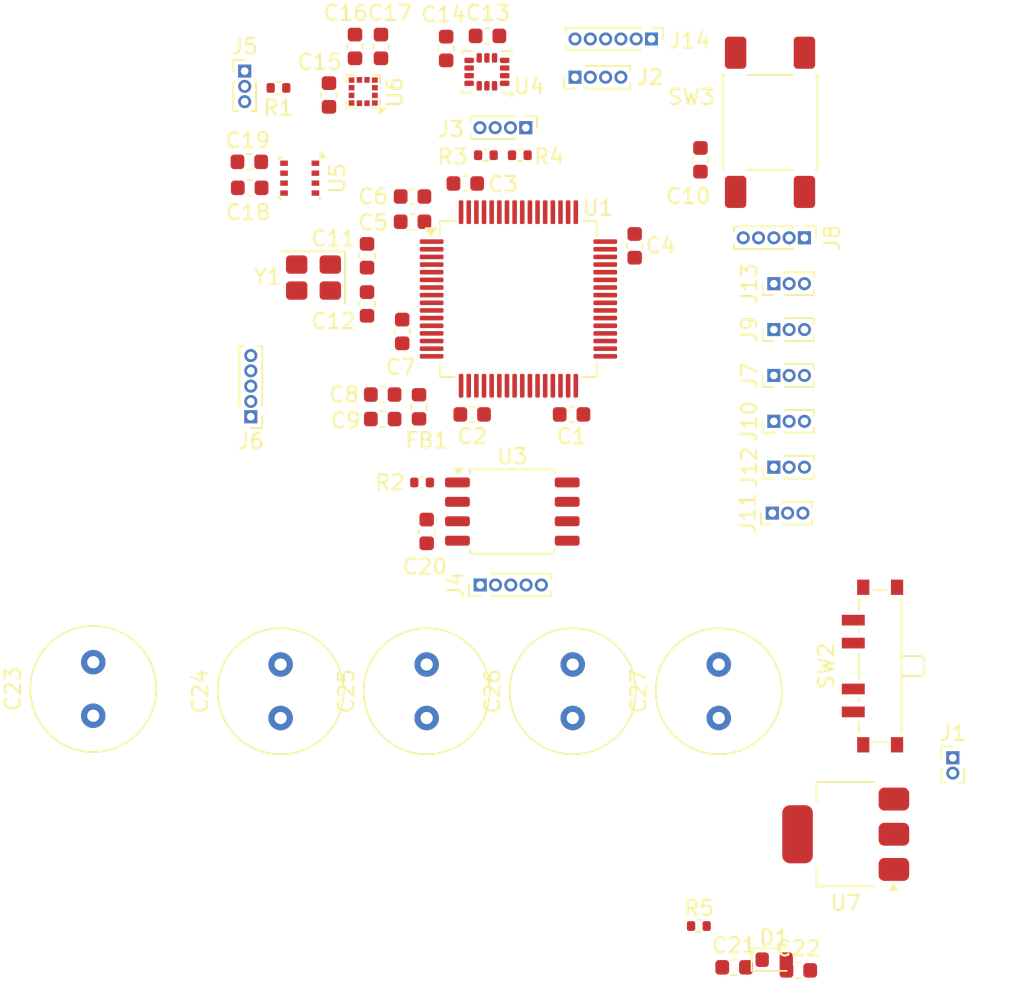
<source format=kicad_pcb>
(kicad_pcb (version 20241229) (generator "pcbnew") (generator_version "9.0")
  (layers (0 "F.Cu" signal) (4 "In1.Cu" power) (6 "In2.Cu" power) (2 "B.Cu" signal) (13 "F.Paste" user) (15 "B.Paste" user) (5 "F.SilkS" user "F.Silkscreen") (7 "B.SilkS" user "B.Silkscreen") (1 "F.Mask" user) (3 "B.Mask" user) (25 "Edge.Cuts" user))
  (net 0 "")
  (net 1 "GND")
  (net 2 "+3V3")
  (net 3 "+3.3VA")
  (net 4 "NRST")
  (net 5 "/HSE_IN")
  (net 6 "/HSE_OUT")
  (net 7 "Net-(U6-C1)")
  (net 8 "+5V")
  (net 9 "/PWR_LED_MINUS")
  (net 10 "VBUS")
  (net 11 "UART4_RX")
  (net 12 "UART4_TX")
  (net 13 "SDA")
  (net 14 "SCL")
  (net 15 "SCK_1")
  (net 16 "MOSI_1")
  (net 17 "MISO_1")
  (net 18 "FLASH_CS")
  (net 19 "SWCLK")
  (net 20 "SWDIO")
  (net 21 "MOSI_2")
  (net 22 "SCK_2")
  (net 23 "MISO_2")
  (net 24 "PWM3_2")
  (net 25 "USART1_RX")
  (net 26 "USART1_CK")
  (net 27 "USART1_TX")
  (net 28 "PWM3_3")
  (net 29 "PWM3_1")
  (net 30 "PWM12_1")
  (net 31 "PWM12_2")
  (net 32 "PWM3_4")
  (net 33 "/BOOT0")
  (net 35 "/NRF24_CE_SLD")
  (net 49 "/NRF24_CS_SLD")
  (net 58 "/INT1_ACC")
  (net 59 "/INT2_GYRO")
  (net 60 "/DRDY_MAG")
  (net 61 "/INT_MAG")
  (net 62 "SWO")
  (net 63 "/OFF")
  (net 64 "/V_IN")
  (net 66 "/IRQ_SLD")
  (footprint "Capacitor_SMD:C_0603_1608Metric" (layer "F.Cu") (at 93.375 77.3 180)
    (property "Reference" "C6" (at 2.575 0 0) (layer "F.SilkS"))
    (property "Value" "10u" (hide yes))
    (pad "1" smd roundrect (at -0.775 0 180) (size 0.9 0.95) (layers "F.Cu" "F.Mask" "F.Paste") (net 2 "+3V3"))
    (pad "2" smd roundrect (at 0.775 0 180) (size 0.9 0.95) (layers "F.Cu" "F.Mask" "F.Paste") (net 1 "GND"))
  )
  (footprint "Capacitor_SMD:C_0603_1608Metric" (layer "F.Cu") (at 98.275 66.8 180)
    (property "Reference" "C13" (at -0.025 1.5 0) (layer "F.SilkS"))
    (property "Value" "100n" (hide yes))
    (pad "1" smd roundrect (at -0.775 0 180) (size 0.9 0.95) (layers "F.Cu" "F.Mask" "F.Paste") (net 2 "+3V3"))
    (pad "2" smd roundrect (at 0.775 0 180) (size 0.9 0.95) (layers "F.Cu" "F.Mask" "F.Paste") (net 1 "GND"))
  )
  (footprint "Capacitor_THT:C_Radial_D8.0mm_H7.0mm_P3.50mm" (layer "F.Cu") (at 72.5 111.25 90)
    (property "Reference" "C23" (at 1.75 -5.25 90) (layer "F.SilkS"))
    (property "Value" "470u")
    (pad "1" thru_hole circle (at 0 0 90) (size 1.6 1.6) (drill 0.8) (layers "*.Cu" "*.Mask") (net 8 "+5V"))
    (pad "2" thru_hole circle (at 3.5 0 90) (size 1.6 1.6) (drill 0.8) (layers "*.Cu" "*.Mask") (net 1 "GND"))
  )
  (footprint "Connector_PinHeader_1.00mm:PinHeader_1x03_P1.00mm_Vertical" (layer "F.Cu") (at 117 92 90)
    (property "Reference" "J10" (at 0 -1.61 90) (layer "F.SilkS"))
    (property "Value" "Conn_01x03_Pin" (hide yes))
    (pad "1" thru_hole rect (at 0 0 90) (size 0.85 0.85) (drill 0.5) (layers "*.Cu" "*.Mask") (net 1 "GND"))
    (pad "2" thru_hole circle (at 0 1 90) (size 0.85 0.85) (drill 0.5) (layers "*.Cu" "*.Mask") (net 8 "+5V"))
    (pad "3" thru_hole circle (at 0 2 90) (size 0.85 0.85) (drill 0.5) (layers "*.Cu" "*.Mask") (net 29 "PWM3_1"))
  )
  (footprint "Capacitor_THT:C_Radial_D8.0mm_H7.0mm_P3.50mm" (layer "F.Cu") (at 84.75 111.4 90)
    (property "Reference" "C24" (at 1.75 -5.25 90) (layer "F.SilkS"))
    (property "Value" "470u")
    (pad "1" thru_hole circle (at 0 0 90) (size 1.6 1.6) (drill 0.8) (layers "*.Cu" "*.Mask") (net 8 "+5V"))
    (pad "2" thru_hole circle (at 3.5 0 90) (size 1.6 1.6) (drill 0.8) (layers "*.Cu" "*.Mask") (net 1 "GND"))
  )
  (footprint "Connector_PinHeader_1.00mm:PinHeader_1x03_P1.00mm_Vertical" (layer "F.Cu") (at 82.4 69.1)
    (property "Reference" "J5" (at 0 -1.61 0) (layer "F.SilkS"))
    (property "Value" "Conn_01x03_Pin" (hide yes))
    (pad "1" thru_hole rect (at 0 0) (size 0.85 0.85) (drill 0.5) (layers "*.Cu" "*.Mask") (net 2 "+3V3"))
    (pad "2" thru_hole circle (at 0 1) (size 0.85 0.85) (drill 0.5) (layers "*.Cu" "*.Mask") (net 33 "/BOOT0"))
    (pad "3" thru_hole circle (at 0 2) (size 0.85 0.85) (drill 0.5) (layers "*.Cu" "*.Mask") (net 1 "GND"))
  )
  (footprint "Capacitor_SMD:C_0603_1608Metric" (layer "F.Cu") (at 82.7025 75.0325 180)
    (property "Reference" "C19" (at 0.1 1.4 0) (layer "F.SilkS"))
    (property "Value" "100n" (hide yes))
    (pad "1" smd roundrect (at -0.775 0 180) (size 0.9 0.95) (layers "F.Cu" "F.Mask" "F.Paste") (net 2 "+3V3"))
    (pad "2" smd roundrect (at 0.775 0 180) (size 0.9 0.95) (layers "F.Cu" "F.Mask" "F.Paste") (net 1 "GND"))
  )
  (footprint "Package_LGA:Bosch_LGA-8_2.5x2.5mm_P0.65mm_ClockwisePinNumbering" (layer "F.Cu") (at 86 76.1 -90)
    (property "Reference" "U5" (at 0.015 -2.465 90) (layer "F.SilkS"))
    (property "Value" "BME280" (hide yes))
    (pad "1" smd rect (at -0.975 -1.025) (size 0.5 0.35) (layers "F.Cu" "F.Mask" "F.Paste") (net 1 "GND"))
    (pad "2" smd rect (at -0.325 -1.025) (size 0.5 0.35) (layers "F.Cu" "F.Mask" "F.Paste") (net 2 "+3V3"))
    (pad "3" smd rect (at 0.325 -1.025) (size 0.5 0.35) (layers "F.Cu" "F.Mask" "F.Paste") (net 13 "SDA"))
    (pad "4" smd rect (at 0.975 -1.025) (size 0.5 0.35) (layers "F.Cu" "F.Mask" "F.Paste") (net 14 "SCL"))
    (pad "5" smd rect (at 0.975 1.025) (size 0.5 0.35) (layers "F.Cu" "F.Mask" "F.Paste") (net 1 "GND"))
    (pad "6" smd rect (at 0.325 1.025) (size 0.5 0.35) (layers "F.Cu" "F.Mask" "F.Paste") (net 2 "+3V3"))
    (pad "7" smd rect (at -0.325 1.025) (size 0.5 0.35) (layers "F.Cu" "F.Mask" "F.Paste") (net 1 "GND"))
    (pad "8" smd rect (at -0.975 1.025) (size 0.5 0.35) (layers "F.Cu" "F.Mask" "F.Paste") (net 2 "+3V3"))
  )
  (footprint "Package_LGA:LGA-12_2x2mm_P0.5mm" (layer "F.Cu") (at 90.15 70.4375 180)
    (property "Reference" "U6" (at -2.0625 -0.05 90) (layer "F.SilkS"))
    (property "Value" "LIS3MDL" (hide yes))
    (pad "1" smd rect (at -0.7625 -0.75 180) (size 0.375 0.35) (layers "F.Cu" "F.Mask" "F.Paste") (net 14 "SCL"))
    (pad "2" smd rect (at -0.7625 -0.25 180) (size 0.375 0.35) (layers "F.Cu" "F.Mask" "F.Paste") (net 1 "GND"))
    (pad "3" smd rect (at -0.7625 0.25 180) (size 0.375 0.35) (layers "F.Cu" "F.Mask" "F.Paste") (net 1 "GND"))
    (pad "4" smd rect (at -0.7625 0.75 180) (size 0.375 0.35) (layers "F.Cu" "F.Mask" "F.Paste") (net 7 "Net-(U6-C1)"))
    (pad "5" smd rect (at -0.25 0.7625 270) (size 0.375 0.35) (layers "F.Cu" "F.Mask" "F.Paste") (net 2 "+3V3"))
    (pad "6" smd rect (at 0.25 0.7625 270) (size 0.375 0.35) (layers "F.Cu" "F.Mask" "F.Paste") (net 2 "+3V3"))
    (pad "7" smd rect (at 0.7625 0.75 180) (size 0.375 0.35) (layers "F.Cu" "F.Mask" "F.Paste") (net 61 "/INT_MAG"))
    (pad "8" smd rect (at 0.7625 0.25 180) (size 0.375 0.35) (layers "F.Cu" "F.Mask" "F.Paste") (net 60 "/DRDY_MAG"))
    (pad "9" smd rect (at 0.7625 -0.25 180) (size 0.375 0.35) (layers "F.Cu" "F.Mask" "F.Paste") (net 1 "GND"))
    (pad "10" smd rect (at 0.7625 -0.75 180) (size 0.375 0.35) (layers "F.Cu" "F.Mask" "F.Paste") (net 2 "+3V3"))
    (pad "11" smd rect (at 0.25 -0.7625 270) (size 0.375 0.35) (layers "F.Cu" "F.Mask" "F.Paste") (net 13 "SDA"))
    (pad "12" smd rect (at -0.25 -0.7625 270) (size 0.375 0.35) (layers "F.Cu" "F.Mask" "F.Paste") (net 1 "GND"))
  )
  (footprint "Connector_PinHeader_1.00mm:PinHeader_1x04_P1.00mm_Vertical" (layer "F.Cu") (at 100.78 72.8 -90)
    (property "Reference" "J3" (at 0.1 4.9 0) (layer "F.SilkS"))
    (property "Value" "Conn_01x04_Pin" (hide yes))
    (pad "1" thru_hole rect (at 0 0 270) (size 0.85 0.85) (drill 0.5) (layers "*.Cu" "*.Mask") (net 1 "GND"))
    (pad "2" thru_hole circle (at 0 1 270) (size 0.85 0.85) (drill 0.5) (layers "*.Cu" "*.Mask") (net 14 "SCL"))
    (pad "3" thru_hole circle (at 0 2 270) (size 0.85 0.85) (drill 0.5) (layers "*.Cu" "*.Mask") (net 13 "SDA"))
    (pad "4" thru_hole circle (at 0 3 270) (size 0.85 0.85) (drill 0.5) (layers "*.Cu" "*.Mask") (net 2 "+3V3"))
  )
  (footprint "Crystal:Crystal_SMD_3225-4Pin_3.2x2.5mm" (layer "F.Cu") (at 86.9 82.6 180)
    (property "Reference" "Y1" (at 3 0.05 0) (layer "F.SilkS"))
    (property "Value" "26MHz" (hide yes))
    (pad "1" smd roundrect (at -1.1 0.85 180) (size 1.4 1.2) (layers "F.Cu" "F.Mask" "F.Paste") (roundrect_rratio 0.208333) (net 5 "/HSE_IN"))
    (pad "2" smd roundrect (at 1.1 0.85 180) (size 1.4 1.2) (layers "F.Cu" "F.Mask" "F.Paste") (roundrect_rratio 0.208333) (net 1 "GND"))
    (pad "3" smd roundrect (at 1.1 -0.85 180) (size 1.4 1.2) (layers "F.Cu" "F.Mask" "F.Paste") (roundrect_rratio 0.208333) (net 6 "/HSE_OUT"))
    (pad "4" smd roundrect (at -1.1 -0.85 180) (size 1.4 1.2) (layers "F.Cu" "F.Mask" "F.Paste") (roundrect_rratio 0.208333) (net 1 "GND"))
  )
  (footprint "Inductor_SMD:L_0603_1608Metric" (layer "F.Cu") (at 93.8 91.05 -90)
    (property "Reference" "FB1" (at 2.2 -0.5 180) (layer "F.SilkS"))
    (property "Value" "120R" (hide yes))
    (pad "1" smd roundrect (at -0.7875 0 270) (size 0.875 0.95) (layers "F.Cu" "F.Mask" "F.Paste") (net 3 "+3.3VA"))
    (pad "2" smd roundrect (at 0.7875 0 270) (size 0.875 0.95) (layers "F.Cu" "F.Mask" "F.Paste") (net 2 "+3V3"))
  )
  (footprint "Package_LGA:LGA-14_3x2.5mm_P0.5mm_LayoutBorder3x4y" (layer "F.Cu") (at 98.2375 69.15 180)
    (property "Reference" "U4" (at -2.7625 -0.95 0) (layer "F.SilkS"))
    (property "Value" "LSM6DS3" (hide yes))
    (pad "1" smd roundrect (at -1.1625 -0.75 180) (size 0.625 0.35) (layers "F.Cu" "F.Mask" "F.Paste") (net 1 "GND"))
    (pad "2" smd roundrect (at -1.1625 -0.25 180) (size 0.625 0.35) (layers "F.Cu" "F.Mask" "F.Paste") (net 2 "+3V3"))
    (pad "3" smd roundrect (at -1.1625 0.25 180) (size 0.625 0.35) (layers "F.Cu" "F.Mask" "F.Paste") (net 2 "+3V3"))
    (pad "4" smd roundrect (at -1.1625 0.75 180) (size 0.625 0.35) (layers "F.Cu" "F.Mask" "F.Paste") (net 58 "/INT1_ACC"))
    (pad "5" smd roundrect (at -0.5 0.9125 180) (size 0.35 0.625) (layers "F.Cu" "F.Mask" "F.Paste") (net 2 "+3V3"))
    (pad "6" smd roundrect (at 0 0.9125 180) (size 0.35 0.625) (layers "F.Cu" "F.Mask" "F.Paste") (net 1 "GND"))
    (pad "7" smd roundrect (at 0.5 0.9125 180) (size 0.35 0.625) (layers "F.Cu" "F.Mask" "F.Paste") (net 1 "GND"))
    (pad "8" smd roundrect (at 1.1625 0.75 180) (size 0.625 0.35) (layers "F.Cu" "F.Mask" "F.Paste") (net 2 "+3V3"))
    (pad "9" smd roundrect (at 1.1625 0.25 180) (size 0.625 0.35) (layers "F.Cu" "F.Mask" "F.Paste") (net 59 "/INT2_GYRO"))
    (pad "10" smd roundrect (at 1.1625 -0.25 180) (size 0.625 0.35) (layers "F.Cu" "F.Mask" "F.Paste"))
    (pad "11" smd roundrect (at 1.1625 -0.75 180) (size 0.625 0.35) (layers "F.Cu" "F.Mask" "F.Paste"))
    (pad "12" smd roundrect (at 0.5 -0.9125 180) (size 0.35 0.625) (layers "F.Cu" "F.Mask" "F.Paste") (net 2 "+3V3"))
    (pad "13" smd roundrect (at 0 -0.9125 180) (size 0.35 0.625) (layers "F.Cu" "F.Mask" "F.Paste") (net 14 "SCL"))
    (pad "14" smd roundrect (at -0.5 -0.9125 180) (size 0.35 0.625) (layers "F.Cu" "F.Mask" "F.Paste") (net 13 "SDA"))
  )
  (footprint "Capacitor_SMD:C_0603_1608Metric" (layer "F.Cu") (at 90.4 84.325 90)
    (property "Reference" "C12" (at -1.125 -2.2 180) (layer "F.SilkS"))
    (property "Value" "20p" (hide yes))
    (pad "1" smd roundrect (at -0.775 0 90) (size 0.9 0.95) (layers "F.Cu" "F.Mask" "F.Paste") (net 6 "/HSE_OUT"))
    (pad "2" smd roundrect (at 0.775 0 90) (size 0.9 0.95) (layers "F.Cu" "F.Mask" "F.Paste") (net 1 "GND"))
  )
  (footprint "Connector_PinHeader_1.00mm:PinHeader_1x03_P1.00mm_Vertical" (layer "F.Cu") (at 117 95 90)
    (property "Reference" "J12" (at 0 -1.61 90) (layer "F.SilkS"))
    (property "Value" "Conn_01x03_Pin" (hide yes))
    (pad "1" thru_hole rect (at 0 0 90) (size 0.85 0.85) (drill 0.5) (layers "*.Cu" "*.Mask") (net 1 "GND"))
    (pad "2" thru_hole circle (at 0 1 90) (size 0.85 0.85) (drill 0.5) (layers "*.Cu" "*.Mask") (net 8 "+5V"))
    (pad "3" thru_hole circle (at 0 2 90) (size 0.85 0.85) (drill 0.5) (layers "*.Cu" "*.Mask") (net 31 "PWM12_2"))
  )
  (footprint "Capacitor_SMD:C_0603_1608Metric" (layer "F.Cu") (at 94.3 99.2 -90)
    (property "Reference" "C20" (at 2.3 0.125 180) (layer "F.SilkS"))
    (property "Value" "100n" (hide yes))
    (pad "1" smd roundrect (at -0.775 0 270) (size 0.9 0.95) (layers "F.Cu" "F.Mask" "F.Paste") (net 2 "+3V3"))
    (pad "2" smd roundrect (at 0.775 0 270) (size 0.9 0.95) (layers "F.Cu" "F.Mask" "F.Paste") (net 1 "GND"))
  )
  (footprint "Capacitor_SMD:C_0603_1608Metric" (layer "F.Cu") (at 89.6125 67.4875 90)
    (property "Reference" "C16" (at 2.1875 -0.6125 180) (layer "F.SilkS"))
    (property "Value" "1u" (hide yes))
    (pad "1" smd roundrect (at -0.775 0 90) (size 0.9 0.95) (layers "F.Cu" "F.Mask" "F.Paste") (net 2 "+3V3"))
    (pad "2" smd roundrect (at 0.775 0 90) (size 0.9 0.95) (layers "F.Cu" "F.Mask" "F.Paste") (net 1 "GND"))
  )
  (footprint "Connector_PinHeader_1.00mm:PinHeader_1x03_P1.00mm_Vertical" (layer "F.Cu") (at 117 89 90)
    (property "Reference" "J7" (at 0 -1.61 90) (layer "F.SilkS"))
    (property "Value" "Conn_01x03_Pin" (hide yes))
    (pad "1" thru_hole rect (at 0 0 90) (size 0.85 0.85) (drill 0.5) (layers "*.Cu" "*.Mask") (net 1 "GND"))
    (pad "2" thru_hole circle (at 0 1 90) (size 0.85 0.85) (drill 0.5) (layers "*.Cu" "*.Mask") (net 8 "+5V"))
    (pad "3" thru_hole circle (at 0 2 90) (size 0.85 0.85) (drill 0.5) (layers "*.Cu" "*.Mask") (net 24 "PWM3_2"))
  )
  (footprint "Capacitor_SMD:C_0603_1608Metric" (layer "F.Cu") (at 114.4 127.7)
    (property "Reference" "C21" (at 0 -1.43 0) (layer "F.SilkS"))
    (property "Value" "22u")
    (pad "1" smd roundrect (at -0.775 0) (size 0.9 0.95) (layers "F.Cu" "F.Mask" "F.Paste") (net 64 "/V_IN"))
    (pad "2" smd roundrect (at 0.775 0) (size 0.9 0.95) (layers "F.Cu" "F.Mask" "F.Paste") (net 1 "GND"))
  )
  (footprint "Package_QFP:LQFP-64_10x10mm_P0.5mm" (layer "F.Cu") (at 100.3 84)
    (property "Reference" "U1" (at 5.2 -5.95 0) (layer "F.SilkS"))
    (property "Value" "STM32F446RET6U" (hide yes))
    (pad "1" smd roundrect (at -5.675 -3.75) (size 1.55 0.3) (layers "F.Cu" "F.Mask" "F.Paste") (net 2 "+3V3"))
    (pad "2" smd roundrect (at -5.675 -3.25) (size 1.55 0.3) (layers "F.Cu" "F.Mask" "F.Paste") (net 66 "/IRQ_SLD"))
    (pad "3" smd roundrect (at -5.675 -2.75) (size 1.55 0.3) (layers "F.Cu" "F.Mask" "F.Paste"))
    (pad "4" smd roundrect (at -5.675 -2.25) (size 1.55 0.3) (layers "F.Cu" "F.Mask" "F.Paste") (net 35 "/NRF24_CE_SLD"))
    (pad "5" smd roundrect (at -5.675 -1.75) (size 1.55 0.3) (layers "F.Cu" "F.Mask" "F.Paste") (net 5 "/HSE_IN"))
    (pad "6" smd roundrect (at -5.675 -1.25) (size 1.55 0.3) (layers "F.Cu" "F.Mask" "F.Paste") (net 6 "/HSE_OUT"))
    (pad "7" smd roundrect (at -5.675 -0.75) (size 1.55 0.3) (layers "F.Cu" "F.Mask" "F.Paste") (net 4 "NRST"))
    (pad "8" smd roundrect (at -5.675 -0.25) (size 1.55 0.3) (layers "F.Cu" "F.Mask" "F.Paste"))
    (pad "9" smd roundrect (at -5.675 0.25) (size 1.55 0.3) (layers "F.Cu" "F.Mask" "F.Paste") (net 21 "MOSI_2"))
    (pad "10" smd roundrect (at -5.675 0.75) (size 1.55 0.3) (layers "F.Cu" "F.Mask" "F.Paste") (net 23 "MISO_2"))
    (pad "11" smd roundrect (at -5.675 1.25) (size 1.55 0.3) (layers "F.Cu" "F.Mask" "F.Paste"))
    (pad "12" smd roundrect (at -5.675 1.75) (size 1.55 0.3) (layers "F.Cu" "F.Mask" "F.Paste") (net 1 "GND"))
    (pad "13" smd roundrect (at -5.675 2.25) (size 1.55 0.3) (layers "F.Cu" "F.Mask" "F.Paste") (net 3 "+3.3VA"))
    (pad "14" smd roundrect (at -5.675 2.75) (size 1.55 0.3) (layers "F.Cu" "F.Mask" "F.Paste") (net 12 "UART4_TX"))
    (pad "15" smd roundrect (at -5.675 3.25) (size 1.55 0.3) (layers "F.Cu" "F.Mask" "F.Paste") (net 11 "UART4_RX"))
    (pad "16" smd roundrect (at -5.675 3.75) (size 1.55 0.3) (layers "F.Cu" "F.Mask" "F.Paste"))
    (pad "17" smd roundrect (at -3.75 5.675) (size 0.3 1.55) (layers "F.Cu" "F.Mask" "F.Paste"))
    (pad "18" smd roundrect (at -3.25 5.675) (size 0.3 1.55) (layers "F.Cu" "F.Mask" "F.Paste") (net 1 "GND"))
    (pad "19" smd roundrect (at -2.75 5.675) (size 0.3 1.55) (layers "F.Cu" "F.Mask" "F.Paste") (net 2 "+3V3"))
    (pad "20" smd roundrect (at -2.25 5.675) (size 0.3 1.55) (layers "F.Cu" "F.Mask" "F.Paste") (net 18 "FLASH_CS"))
    (pad "21" smd roundrect (at -1.75 5.675) (size 0.3 1.55) (layers "F.Cu" "F.Mask" "F.Paste") (net 15 "SCK_1"))
    (pad "22" smd roundrect (at -1.25 5.675) (size 0.3 1.55) (layers "F.Cu" "F.Mask" "F.Paste") (net 17 "MISO_1"))
    (pad "23" smd roundrect (at -0.75 5.675) (size 0.3 1.55) (layers "F.Cu" "F.Mask" "F.Paste") (net 16 "MOSI_1"))
    (pad "24" smd roundrect (at -0.25 5.675) (size 0.3 1.55) (layers "F.Cu" "F.Mask" "F.Paste"))
    (pad "25" smd roundrect (at 0.25 5.675) (size 0.3 1.55) (layers "F.Cu" "F.Mask" "F.Paste"))
    (pad "26" smd roundrect (at 0.75 5.675) (size 0.3 1.55) (layers "F.Cu" "F.Mask" "F.Paste"))
    (pad "27" smd roundrect (at 1.25 5.675) (size 0.3 1.55) (layers "F.Cu" "F.Mask" "F.Paste"))
    (pad "28" smd roundrect (at 1.75 5.675) (size 0.3 1.55) (layers "F.Cu" "F.Mask" "F.Paste") (net 49 "/NRF24_CS_SLD"))
    (pad "29" smd roundrect (at 2.25 5.675) (size 0.3 1.55) (layers "F.Cu" "F.Mask" "F.Paste") (net 22 "SCK_2"))
    (pad "30" smd roundrect (at 2.75 5.675) (size 0.3 1.55) (layers "F.Cu" "F.Mask" "F.Paste"))
    (pad "31" smd roundrect (at 3.25 5.675) (size 0.3 1.55) (layers "F.Cu" "F.Mask" "F.Paste") (net 1 "GND"))
    (pad "32" smd roundrect (at 3.75 5.675) (size 0.3 1.55) (layers "F.Cu" "F.Mask" "F.Paste") (net 2 "+3V3"))
    (pad "33" smd roundrect (at 5.675 3.75) (size 1.55 0.3) (layers "F.Cu" "F.Mask" "F.Paste"))
    (pad "34" smd roundrect (at 5.675 3.25) (size 1.55 0.3) (layers "F.Cu" "F.Mask" "F.Paste"))
    (pad "35" smd roundrect (at 5.675 2.75) (size 1.55 0.3) (layers "F.Cu" "F.Mask" "F.Paste") (net 30 "PWM12_1"))
    (pad "36" smd roundrect (at 5.675 2.25) (size 1.55 0.3) (layers "F.Cu" "F.Mask" "F.Paste") (net 31 "PWM12_2"))
    (pad "37" smd roundrect (at 5.675 1.75) (size 1.55 0.3) (layers "F.Cu" "F.Mask" "F.Paste") (net 29 "PWM3_1"))
    (pad "38" smd roundrect (at 5.675 1.25) (size 1.55 0.3) (layers "F.Cu" "F.Mask" "F.Paste") (net 24 "PWM3_2"))
    (pad "39" smd roundrect (at 5.675 0.75) (size 1.55 0.3) (layers "F.Cu" "F.Mask" "F.Paste") (net 28 "PWM3_3"))
    (pad "40" smd roundrect (at 5.675 0.25) (size 1.55 0.3) (layers "F.Cu" "F.Mask" "F.Paste") (net 32 "PWM3_4"))
    (pad "41" smd roundrect (at 5.675 -0.25) (size 1.55 0.3) (layers "F.Cu" "F.Mask" "F.Paste") (net 26 "USART1_CK"))
    (pad "42" smd roundrect (at 5.675 -0.75) (size 1.55 0.3) (layers "F.Cu" "F.Mask" "F.Paste") (net 27 "USART1_TX"))
    (pad "43" smd roundrect (at 5.675 -1.25) (size 1.55 0.3) (layers "F.Cu" "F.Mask" "F.Paste") (net 25 "USART1_RX"))
    (pad "44" smd roundrect (at 5.675 -1.75) (size 1.55 0.3) (layers "F.Cu" "F.Mask" "F.Paste"))
    (pad "45" smd roundrect (at 5.675 -2.25) (size 1.55 0.3) (layers "F.Cu" "F.Mask" "F.Paste"))
    (pad "46" smd roundrect (at 5.675 -2.75) (size 1.55 0.3) (layers "F.Cu" "F.Mask" "F.Paste") (net 20 "SWDIO"))
    (pad "47" smd roundrect (at 5.675 -3.25) (size 1.55 0.3) (layers "F.Cu" "F.Mask" "F.Paste") (net 1 "GND"))
    (pad "48" smd roundrect (at 5.675 -3.75) (size 1.55 0.3) (layers "F.Cu" "F.Mask" "F.Paste") (net 2 "+3V3"))
    (pad "49" smd roundrect (at 3.75 -5.675) (size 0.3 1.55) (layers "F.Cu" "F.Mask" "F.Paste") (net 19 "SWCLK"))
    (pad "50" smd roundrect (at 3.25 -5.675) (size 0.3 1.55) (layers "F.Cu" "F.Mask" "F.Paste"))
    (pad "51" smd roundrect (at 2.75 -5.675) (size 0.3 1.55) (layers "F.Cu" "F.Mask" "F.Paste") (net 12 "UART4_TX"))
    (pad "52" smd roundrect (at 2.25 -5.675) (size 0.3 1.55) (layers "F.Cu" "F.Mask" "F.Paste") (net 11 "UART4_RX"))
    (pad "53" smd roundrect (at 1.75 -5.675) (size 0.3 1.55) (layers "F.Cu" "F.Mask" "F.Paste"))
    (pad "54" smd roundrect (at 1.25 -5.675) (size 0.3 1.55) (layers "F.Cu" "F.Mask" "F.Paste"))
    (pad "55" smd roundrect (at 0.75 -5.675) (size 0.3 1.55) (layers "F.Cu" "F.Mask" "F.Paste") (net 62 "SWO"))
    (pad "56" smd roundrect (at 0.25 -5.675) (size 0.3 1.55) (layers "F.Cu" "F.Mask" "F.Paste"))
    (pad "57" smd roundrect (at -0.25 -5.675) (size 0.3 1.55) (layers "F.Cu" "F.Mask" "F.Paste"))
    (pad "58" smd roundrect (at -0.75 -5.675) (size 0.3 1.55) (layers "F.Cu" "F.Mask" "F.Paste") (net 14 "SCL"))
    (pad "59" smd roundrect (at -1.25 -5.675) (size 0.3 1.55) (layers "F.Cu" "F.Mask" "F.Paste") (net 13 "SDA"))
    (pad "60" smd roundrect (at -1.75 -5.675) (size 0.3 1.55) (layers "F.Cu" "F.Mask" "F.Paste") (net 33 "/BOOT0"))
    (pad "61" smd roundrect (at -2.25 -5.675) (size 0.3 1.55) (layers "F.Cu" "F.Mask" "F.Paste"))
    (pad "62" smd roundrect (at -2.75 -5.675) (size 0.3 1.55) (layers "F.Cu" "F.Mask" "F.Paste"))
    (pad "63" smd roundrect (at -3.25 -5.675) (size 0.3 1.55) (layers "F.Cu" "F.Mask" "F.Paste") (net 1 "GND"))
    (pad "64" smd roundrect (at -3.75 -5.675) (size 0.3 1.55) (layers "F.Cu" "F.Mask" "F.Paste") (net 2 "+3V3"))
  )
  (footprint "Capacitor_THT:C_Radial_D8.0mm_H7.0mm_P3.50mm" (layer "F.Cu") (at 103.85 111.4 90)
    (property "Reference" "C26" (at 1.75 -5.25 90) (layer "F.SilkS"))
    (property "Value" "470u")
    (pad "1" thru_hole circle (at 0 0 90) (size 1.6 1.6) (drill 0.8) (layers "*.Cu" "*.Mask") (net 8 "+5V"))
    (pad "2" thru_hole circle (at 3.5 0 90) (size 1.6 1.6) (drill 0.8) (layers "*.Cu" "*.Mask") (net 1 "GND"))
  )
  (footprint "Connector_PinHeader_1.00mm:PinHeader_1x06_P1.00mm_Vertical" (layer "F.Cu") (at 109 67 -90)
    (property "Reference" "J14" (at 0.1 -2.5 0) (layer "F.SilkS"))
    (property "Value" "Conn_01x06_Pin" (hide yes))
    (pad "1" thru_hole rect (at 0 0 270) (size 0.85 0.85) (drill 0.5) (layers "*.Cu" "*.Mask") (net 62 "SWO"))
    (pad "2" thru_hole circle (at 0 1 270) (size 0.85 0.85) (drill 0.5) (layers "*.Cu" "*.Mask") (net 4 "NRST"))
    (pad "3" thru_hole circle (at 0 2 270) (size 0.85 0.85) (drill 0.5) (layers "*.Cu" "*.Mask") (net 20 "SWDIO"))
    (pad "4" thru_hole circle (at 0 3 270) (size 0.85 0.85) (drill 0.5) (layers "*.Cu" "*.Mask") (net 1 "GND"))
    (pad "5" thru_hole circle (at 0 4 270) (size 0.85 0.85) (drill 0.5) (layers "*.Cu" "*.Mask") (net 19 "SWCLK"))
    (pad "6" thru_hole circle (at 0 5 270) (size 0.85 0.85) (drill 0.5) (layers "*.Cu" "*.Mask") (net 2 "+3V3"))
  )
  (footprint "Capacitor_THT:C_Radial_D8.0mm_H7.0mm_P3.50mm" (layer "F.Cu") (at 113.4 111.4 90)
    (property "Reference" "C27" (at 1.75 -5.25 90) (layer "F.SilkS"))
    (property "Value" "470u")
    (pad "1" thru_hole circle (at 0 0 90) (size 1.6 1.6) (drill 0.8) (layers "*.Cu" "*.Mask") (net 8 "+5V"))
    (pad "2" thru_hole circle (at 3.5 0 90) (size 1.6 1.6) (drill 0.8) (layers "*.Cu" "*.Mask") (net 1 "GND"))
  )
  (footprint "Capacitor_THT:C_Radial_D8.0mm_H7.0mm_P3.50mm" (layer "F.Cu") (at 94.3 111.4 90)
    (property "Reference" "C25" (at 1.75 -5.25 90) (layer "F.SilkS"))
    (property "Value" "470u")
    (pad "1" thru_hole circle (at 0 0 90) (size 1.6 1.6) (drill 0.8) (layers "*.Cu" "*.Mask") (net 8 "+5V"))
    (pad "2" thru_hole circle (at 3.5 0 90) (size 1.6 1.6) (drill 0.8) (layers "*.Cu" "*.Mask") (net 1 "GND"))
  )
  (footprint "Resistor_SMD:R_0402_1005Metric" (layer "F.Cu") (at 100.39 74.6 180)
    (property "Reference" "R4" (at -1.91 -0.1 180) (layer "F.SilkS"))
    (property "Value" "4k2" (hide yes))
    (pad "1" smd roundrect (at -0.51 0 180) (size 0.54 0.64) (layers "F.Cu" "F.Mask" "F.Paste") (net 2 "+3V3"))
    (pad "2" smd roundrect (at 0.51 0 180) (size 0.54 0.64) (layers "F.Cu" "F.Mask" "F.Paste") (net 14 "SCL"))
  )
  (footprint "Connector_PinHeader_1.00mm:PinHeader_1x05_P1.00mm_Vertical" (layer "F.Cu") (at 119 80 -90)
    (property "Reference" "J8" (at 0 -1.8 90) (layer "F.SilkS"))
    (property "Value" "Conn_01x05_Pin" (hide yes))
    (pad "1" thru_hole rect (at 0 0 270) (size 0.85 0.85) (drill 0.5) (layers "*.Cu" "*.Mask") (net 1 "GND"))
    (pad "2" thru_hole circle (at 0 1 270) (size 0.85 0.85) (drill 0.5) (layers "*.Cu" "*.Mask") (net 26 "USART1_CK"))
    (pad "3" thru_hole circle (at 0 2 270) (size 0.85 0.85) (drill 0.5) (layers "*.Cu" "*.Mask") (net 27 "USART1_TX"))
    (pad "4" thru_hole circle (at 0 3 270) (size 0.85 0.85) (drill 0.5) (layers "*.Cu" "*.Mask") (net 25 "USART1_RX"))
    (pad "5" thru_hole circle (at 0 4 270) (size 0.85 0.85) (drill 0.5) (layers "*.Cu" "*.Mask") (net 2 "+3V3"))
  )
  (footprint "Package_TO_SOT_SMD:SOT-223-3_TabPin2" (layer "F.Cu") (at 121.7 119 180)
    (property "Reference" "U7" (at 0 -4.5 0) (layer "F.SilkS"))
    (property "Value" "AMS1117-3.3" (hide yes))
    (pad "1" smd roundrect (at -3.15 -2.3 180) (size 2 1.5) (layers "F.Cu" "F.Mask" "F.Paste") (net 1 "GND"))
    (pad "2" smd roundrect (at -3.15 0 180) (size 2 1.5) (layers "F.Cu" "F.Mask" "F.Paste") (net 2 "+3V3"))
    (pad "2" smd roundrect (at 3.15 0 180) (size 2 3.8) (layers "F.Cu" "F.Mask" "F.Paste") (net 2 "+3V3"))
    (pad "3" smd roundrect (at -3.15 2.3 180) (size 2 1.5) (layers "F.Cu" "F.Mask" "F.Paste") (net 64 "/V_IN"))
  )
  (footprint "Capacitor_SMD:C_0603_1608Metric" (layer "F.Cu") (at 103.775 91.55 180)
    (property "Reference" "C1" (at 0 -1.43 0) (layer "F.SilkS"))
    (property "Value" "100n" (hide yes))
    (pad "1" smd roundrect (at -0.775 0 180) (size 0.9 0.95) (layers "F.Cu" "F.Mask" "F.Paste") (net 2 "+3V3"))
    (pad "2" smd roundrect (at 0.775 0 180) (size 0.9 0.95) (layers "F.Cu" "F.Mask" "F.Paste") (net 1 "GND"))
  )
  (footprint "Connector_PinHeader_1.00mm:PinHeader_1x04_P1.00mm_Vertical" (layer "F.Cu") (at 104 69.5 90)
    (property "Reference" "J2" (at 0 4.9 180) (layer "F.SilkS"))
    (property "Value" "Conn_01x04_Pin" (hide yes))
    (pad "1" thru_hole rect (at 0 0 90) (size 0.85 0.85) (drill 0.5) (layers "*.Cu" "*.Mask") (net 1 "GND"))
    (pad "2" thru_hole circle (at 0 1 90) (size 0.85 0.85) (drill 0.5) (layers "*.Cu" "*.Mask") (net 11 "UART4_RX"))
    (pad "3" thru_hole circle (at 0 2 90) (size 0.85 0.85) (drill 0.5) (layers "*.Cu" "*.Mask") (net 12 "UART4_TX"))
    (pad "4" thru_hole circle (at 0 3 90) (size 0.85 0.85) (drill 0.5) (layers "*.Cu" "*.Mask") (net 2 "+3V3"))
  )
  (footprint "Capacitor_SMD:C_0603_1608Metric" (layer "F.Cu") (at 93.375 78.95 180)
    (property "Reference" "C5" (at 2.575 -0.05 0) (layer "F.SilkS"))
    (property "Value" "100n" (hide yes))
    (pad "1" smd roundrect (at -0.775 0 180) (size 0.9 0.95) (layers "F.Cu" "F.Mask" "F.Paste") (net 2 "+3V3"))
    (pad "2" smd roundrect (at 0.775 0 180) (size 0.9 0.95) (layers "F.Cu" "F.Mask" "F.Paste") (net 1 "GND"))
  )
  (footprint "Button_Switch_SMD:SW_SP3T_PCM13" (layer "F.Cu") (at 123.625 108 90)
    (property "Reference" "SW2" (at 0 -3.2 90) (layer "F.SilkS"))
    (property "Value" "SW_SP3T")
    (pad "" smd rect (at -5.15 -0.78 90) (size 1 0.8) (layers "F.Cu" "F.Mask" "F.Paste"))
    (pad "" smd rect (at -5.15 1.43 90) (size 1 0.8) (layers "F.Cu" "F.Mask" "F.Paste"))
    (pad "" np_thru_hole circle (at -2.5 0.33 90) (size 0.9 0.9) (drill 0.9) (layers "*.Cu" "*.Mask"))
    (pad "" np_thru_hole circle (at 2.5 0.33 90) (size 0.9 0.9) (drill 0.9) (layers "*.Cu" "*.Mask"))
    (pad "" smd rect (at 5.15 -0.78 90) (size 1 0.8) (layers "F.Cu" "F.Mask" "F.Paste"))
    (pad "" smd rect (at 5.15 1.43 90) (size 1 0.8) (layers "F.Cu" "F.Mask" "F.Paste"))
    (pad "1" smd rect (at -3 -1.43 90) (size 0.7 1.5) (layers "F.Cu" "F.Mask" "F.Paste") (net 8 "+5V"))
    (pad "2" smd rect (at -1.5 -1.43 90) (size 0.7 1.5) (layers "F.Cu" "F.Mask" "F.Paste") (net 63 "/OFF"))
    (pad "3" smd rect (at 1.5 -1.43 90) (size 0.7 1.5) (layers "F.Cu" "F.Mask" "F.Paste") (net 64 "/V_IN"))
    (pad "4" smd rect (at 3 -1.43 90) (size 0.7 1.5) (layers "F.Cu" "F.Mask" "F.Paste") (net 10 "VBUS"))
  )
  (footprint "Capacitor_SMD:C_0603_1608Metric" (layer "F.Cu") (at 97.275 91.55 180)
    (property "Reference" "C2" (at 0 -1.43 0) (layer "F.SilkS"))
    (property "Value" "100n" (hide yes))
    (pad "1" smd roundrect (at -0.775 0 180) (size 0.9 0.95) (layers "F.Cu" "F.Mask" "F.Paste") (net 2 "+3V3"))
    (pad "2" smd roundrect (at 0.775 0 180) (size 0.9 0.95) (layers "F.Cu" "F.Mask" "F.Paste") (net 1 "GND"))
  )
  (footprint "Connector_PinHeader_1.00mm:PinHeader_1x05_P1.00mm_Vertical" (layer "F.Cu") (at 82.8 91.7 180)
    (property "Reference" "J6" (at 0 -1.61 0) (layer "F.SilkS"))
    (property "Value" "Conn_01x05_Pin" (hide yes))
    (pad "1" thru_hole rect (at 0 0 180) (size 0.85 0.85) (drill 0.5) (layers "*.Cu" "*.Mask") (net 1 "GND"))
    (pad "2" thru_hole circle (at 0 1 180) (size 0.85 0.85) (drill 0.5) (layers "*.Cu" "*.Mask") (net 22 "SCK_2"))
    (pad "3" thru_hole circle (at 0 2 180) (size 0.85 0.85) (drill 0.5) (layers "*.Cu" "*.Mask") (net 23 "MISO_2"))
    (pad "4" thru_hole circle (at 0 3 180) (size 0.85 0.85) (drill 0.5) (layers "*.Cu" "*.Mask") (net 21 "MOSI_2"))
    (pad "5" thru_hole circle (at 0 4 180) (size 0.85 0.85) (drill 0.5) (layers "*.Cu" "*.Mask") (net 2 "+3V3"))
  )
  (footprint "Resistor_SMD:R_0402_1005Metric" (layer "F.Cu") (at 94 96)
    (property "Reference" "R2" (at -2.1 0 0) (layer "F.SilkS"))
    (property "Value" "100k" (hide yes))
    (pad "1" smd roundrect (at -0.51 0) (size 0.54 0.64) (layers "F.Cu" "F.Mask" "F.Paste") (net 2 "+3V3"))
    (pad "2" smd roundrect (at 0.51 0) (size 0.54 0.64) (layers "F.Cu" "F.Mask" "F.Paste") (net 18 "FLASH_CS"))
  )
  (footprint "Capacitor_SMD:C_0603_1608Metric" (layer "F.Cu") (at 91.425 91.85 180)
    (property "Reference" "C9" (at 2.425 -0.1 0) (layer "F.SilkS"))
    (property "Value" "1u" (hide yes))
    (pad "1" smd roundrect (at -0.775 0 180) (size 0.9 0.95) (layers "F.Cu" "F.Mask" "F.Paste") (net 2 "+3V3"))
    (pad "2" smd roundrect (at 0.775 0 180) (size 0.9 0.95) (layers "F.Cu" "F.Mask" "F.Paste") (net 1 "GND"))
  )
  (footprint "Capacitor_SMD:C_0603_1608Metric" (layer "F.Cu") (at 90.4 81.175 -90)
    (property "Reference" "C11" (at -1.125 2.2 180) (layer "F.SilkS"))
    (property "Value" "20p" (hide yes))
    (pad "1" smd roundrect (at -0.775 0 270) (size 0.9 0.95) (layers "F.Cu" "F.Mask" "F.Paste") (net 5 "/HSE_IN"))
    (pad "2" smd roundrect (at 0.775 0 270) (size 0.9 0.95) (layers "F.Cu" "F.Mask" "F.Paste") (net 1 "GND"))
  )
  (footprint "Capacitor_SMD:C_0603_1608Metric" (layer "F.Cu") (at 112.2 74.9 -90)
    (property "Reference" "C10" (at 2.375 0.8 180) (layer "F.SilkS"))
    (property "Value" "100n" (hide yes))
    (pad "1" smd roundrect (at -0.775 0 270) (size 0.9 0.95) (layers "F.Cu" "F.Mask" "F.Paste") (net 4 "NRST"))
    (pad "2" smd roundrect (at 0.775 0 270) (size 0.9 0.95) (layers "F.Cu" "F.Mask" "F.Paste") (net 1 "GND"))
  )
  (footprint "Capacitor_SMD:C_0603_1608Metric" (layer "F.Cu") (at 91.3125 67.4875 90)
    (property "Reference" "C17" (at 2.1875 0.5875 180) (layer "F.SilkS"))
    (property "Value" "100n" (hide yes))
    (pad "1" smd roundrect (at -0.775 0 90) (size 0.9 0.95) (layers "F.Cu" "F.Mask" "F.Paste") (net 7 "Net-(U6-C1)"))
    (pad "2" smd roundrect (at 0.775 0 90) (size 0.9 0.95) (layers "F.Cu" "F.Mask" "F.Paste") (net 1 "GND"))
  )
  (footprint "Resistor_SMD:R_0402_1005Metric" (layer "F.Cu") (at 112.0975 125)
    (property "Reference" "R5" (at 0 -1.17 0) (layer "F.SilkS"))
    (property "Value" "1k5")
    (pad "1" smd roundrect (at -0.51 0) (size 0.54 0.64) (layers "F.Cu" "F.Mask" "F.Paste") (net 9 "/PWR_LED_MINUS"))
    (pad "2" smd roundrect (at 0.51 0) (size 0.54 0.64) (layers "F.Cu" "F.Mask" "F.Paste") (net 1 "GND"))
  )
  (footprint "Capacitor_SMD:C_0603_1608Metric" (layer "F.Cu") (at 107.9 80.525 -90)
    (property "Reference" "C4" (at -0.025 -1.7 180) (layer "F.SilkS"))
    (property "Value" "100n" (hide yes))
    (pad "1" smd roundrect (at -0.775 0 270) (size 0.9 0.95) (layers "F.Cu" "F.Mask" "F.Paste") (net 2 "+3V3"))
    (pad "2" smd roundrect (at 0.775 0 270) (size 0.9 0.95) (layers "F.Cu" "F.Mask" "F.Paste") (net 1 "GND"))
  )
  (footprint "Connector_PinHeader_1.00mm:PinHeader_1x03_P1.00mm_Vertical" (layer "F.Cu") (at 116.9 98 90)
    (property "Reference" "J11" (at 0 -1.61 90) (layer "F.SilkS"))
    (property "Value" "Conn_01x03_Pin" (hide yes))
    (pad "1" thru_hole rect (at 0 0 90) (size 0.85 0.85) (drill 0.5) (layers "*.Cu" "*.Mask") (net 1 "GND"))
    (pad "2" thru_hole circle (at 0 1 90) (size 0.85 0.85) (drill 0.5) (layers "*.Cu" "*.Mask") (net 8 "+5V"))
    (pad "3" thru_hole circle (at 0 2 90) (size 0.85 0.85) (drill 0.5) (layers "*.Cu" "*.Mask") (net 30 "PWM12_1"))
  )
  (footprint "Connector_PinHeader_1.00mm:PinHeader_1x02_P1.00mm_Vertical" (layer "F.Cu") (at 128.7 114)
    (property "Reference" "J1" (at 0 -1.61 0) (layer "F.SilkS"))
    (property "Value" "Conn_01x02")
    (pad "1" thru_hole rect (at 0 0) (size 0.85 0.85) (drill 0.5) (layers "*.Cu" "*.Mask") (net 1 "GND"))
    (pad "2" thru_hole circle (at 0 1) (size 0.85 0.85) (drill 0.5) (layers "*.Cu" "*.Mask") (net 10 "VBUS"))
  )
  (footprint "Resistor_SMD:R_0402_1005Metric" (layer "F.Cu") (at 84.61 70.2)
    (property "Reference" "R1" (at -0.01 1.3 0) (layer "F.SilkS"))
    (property "Value" "10k" (hide yes))
    (pad "1" smd roundrect (at -0.51 0) (size 0.54 0.64) (layers "F.Cu" "F.Mask" "F.Paste") (net 33 "/BOOT0"))
    (pad "2" smd roundrect (at 0.51 0) (size 0.54 0.64) (layers "F.Cu" "F.Mask" "F.Paste") (net 33 "/BOOT0"))
  )
  (footprint "Resistor_SMD:R_0402_1005Metric" (layer "F.Cu") (at 98.17 74.6)
    (property "Reference" "R3" (at -2.17 0.1 180) (layer "F.SilkS"))
    (property "Value" "4k2" (hide yes))
    (pad "1" smd roundrect (at -0.51 0) (size 0.54 0.64) (layers "F.Cu" "F.Mask" "F.Paste") (net 2 "+3V3"))
    (pad "2" smd roundrect (at 0.51 0) (size 0.54 0.64) (layers "F.Cu" "F.Mask" "F.Paste") (net 13 "SDA"))
  )
  (footprint "Capacitor_SMD:C_0603_1608Metric" (layer "F.Cu") (at 87.9125 70.6625 90)
    (property "Reference" "C15" (at 2.1625 -0.6125 180) (layer "F.SilkS"))
    (property "Value" "100n" (hide yes))
    (pad "1" smd roundrect (at -0.775 0 90) (size 0.9 0.95) (layers "F.Cu" "F.Mask" "F.Paste") (net 2 "+3V3"))
    (pad "2" smd roundrect (at 0.775 0 90) (size 0.9 0.95) (layers "F.Cu" "F.Mask" "F.Paste") (net 1 "GND"))
  )
  (footprint "Capacitor_SMD:C_0603_1608Metric" (layer "F.Cu") (at 118.6 127.9)
    (property "Reference" "C22" (at 0 -1.43 0) (layer "F.SilkS"))
    (property "Value" "22u")
    (pad "1" smd roundrect (at -0.775 0) (size 0.9 0.95) (layers "F.Cu" "F.Mask" "F.Paste") (net 2 "+3V3"))
    (pad "2" smd roundrect (at 0.775 0) (size 0.9 0.95) (layers "F.Cu" "F.Mask" "F.Paste") (net 1 "GND"))
  )
  (footprint "Package_SO:SOIC-8_5.3x5.3mm_P1.27mm" (layer "F.Cu") (at 99.9 97.9)
    (property "Reference" "U3" (at 0 -3.6 0) (layer "F.SilkS"))
    (property "Value" "W25Q128JVS" (hide yes))
    (pad "1" smd roundrect (at -3.5875 -1.905) (size 1.625 0.65) (layers "F.Cu" "F.Mask" "F.Paste") (net 18 "FLASH_CS"))
    (pad "2" smd roundrect (at -3.5875 -0.635) (size 1.625 0.65) (layers "F.Cu" "F.Mask" "F.Paste") (net 17 "MISO_1"))
    (pad "3" smd roundrect (at -3.5875 0.635) (size 1.625 0.65) (layers "F.Cu" "F.Mask" "F.Paste") (net 2 "+3V3"))
    (pad "4" smd roundrect (at -3.5875 1.905) (size 1.625 0.65) (layers "F.Cu" "F.Mask" "F.Paste") (net 1 "GND"))
    (pad "5" smd roundrect (at 3.5875 1.905) (size 1.625 0.65) (layers "F.Cu" "F.Mask" "F.Paste") (net 16 "MOSI_1"))
    (pad "6" smd roundrect (at 3.5875 0.635) (size 1.625 0.65) (layers "F.Cu" "F.Mask" "F.Paste") (net 15 "SCK_1"))
    (pad "7" smd roundrect (at 3.5875 -0.635) (size 1.625 0.65) (layers "F.Cu" "F.Mask" "F.Paste") (net 2 "+3V3"))
    (pad "8" smd roundrect (at 3.5875 -1.905) (size 1.625 0.65) (layers "F.Cu" "F.Mask" "F.Paste") (net 2 "+3V3"))
  )
  (footprint "Capacitor_SMD:C_0603_1608Metric" (layer "F.Cu") (at 82.7275 76.7325 180)
    (property "Reference" "C18" (at 0.1 -1.6 0) (layer "F.SilkS"))
    (property "Value" "100n" (hide yes))
    (pad "1" smd roundrect (at -0.775 0 180) (size 0.9 0.95) (layers "F.Cu" "F.Mask" "F.Paste") (net 2 "+3V3"))
    (pad "2" smd roundrect (at 0.775 0 180) (size 0.9 0.95) (layers "F.Cu" "F.Mask" "F.Paste") (net 1 "GND"))
  )
  (footprint "Connector_PinHeader_1.00mm:PinHeader_1x03_P1.00mm_Vertical" (layer "F.Cu") (at 117 83 90)
    (property "Reference" "J13" (at 0 -1.61 90) (layer "F.SilkS"))
    (property "Value" "Conn_01x03_Pin" (hide yes))
    (pad "1" thru_hole rect (at 0 0 90) (size 0.85 0.85) (drill 0.5) (layers "*.Cu" "*.Mask") (net 1 "GND"))
    (pad "2" thru_hole circle (at 0 1 90) (size 0.85 0.85) (drill 0.5) (layers "*.Cu" "*.Mask") (net 8 "+5V"))
    (pad "3" thru_hole circle (at 0 2 90) (size 0.85 0.85) (drill 0.5) (layers "*.Cu" "*.Mask") (net 32 "PWM3_4"))
  )
  (footprint "Capacitor_SMD:C_0603_1608Metric" (layer "F.Cu") (at 95.575 67.625 90)
    (property "Reference" "C14" (at 2.225 -0.175 0) (layer "F.SilkS"))
    (property "Value" "100n" (hide yes))
    (pad "1" smd roundrect (at -0.775 0 90) (size 0.9 0.95) (layers "F.Cu" "F.Mask" "F.Paste") (net 2 "+3V3"))
    (pad "2" smd roundrect (at 0.775 0 90) (size 0.9 0.95) (layers "F.Cu" "F.Mask" "F.Paste") (net 1 "GND"))
  )
  (footprint "Capacitor_SMD:C_0603_1608Metric" (layer "F.Cu") (at 92.7 86.125 90)
    (property "Reference" "C7" (at -2.325 -0.1 180) (layer "F.SilkS"))
    (property "Value" "10n" (hide yes))
    (pad "1" smd roundrect (at -0.775 0 90) (size 0.9 0.95) (layers "F.Cu" "F.Mask" "F.Paste") (net 3 "+3.3VA"))
    (pad "2" smd roundrect (at 0.775 0 90) (size 0.9 0.95) (layers "F.Cu" "F.Mask" "F.Paste") (net 1 "GND"))
  )
  (footprint "Capacitor_SMD:C_0603_1608Metric" (layer "F.Cu") (at 91.425 90.25 180)
    (property "Reference" "C8" (at 2.525 0 0) (layer "F.SilkS"))
    (property "Value" "1u" (hide yes))
    (pad "1" smd roundrect (at -0.775 0 180) (size 0.9 0.95) (layers "F.Cu" "F.Mask" "F.Paste") (net 3 "+3.3VA"))
    (pad "2" smd roundrect (at 0.775 0 180) (size 0.9 0.95) (layers "F.Cu" "F.Mask" "F.Paste") (net 1 "GND"))
  )
  (footprint "Button_Switch_SMD:SW_Push_1P1T_NO_E-Switch_TL3301NxxxxxG" (layer "F.Cu") (at 116.75 72.45 90)
    (property "Reference" "SW3" (at 1.65 -5.15 0) (layer "F.SilkS"))
    (property "Value" "SW_Push" (hide yes))
    (pad "1" smd roundrect (at -4.55 -2.25 90) (size 2.1 1.4) (layers "F.Cu" "F.Mask" "F.Paste") (roundrect_rratio 0.1785714286) (net 1 "GND"))
    (pad "1" smd roundrect (at 4.55 -2.25 90) (size 2.1 1.4) (layers "F.Cu" "F.Mask" "F.Paste") (roundrect_rratio 0.1785714286) (net 1 "GND"))
    (pad "2" smd roundrect (at -4.55 2.25 90) (size 2.1 1.4) (layers "F.Cu" "F.Mask" "F.Paste") (roundrect_rratio 0.1785714286) (net 4 "NRST"))
    (pad "2" smd roundrect (at 4.55 2.25 90) (size 2.1 1.4) (layers "F.Cu" "F.Mask" "F.Paste") (roundrect_rratio 0.1785714286) (net 4 "NRST"))
  )
  (footprint "LED_SMD:LED_0603_1608Metric" (layer "F.Cu") (at 117.025 127.2)
    (property "Reference" "D1" (at 0 -1.43 0) (layer "F.SilkS"))
    (property "Value" "RED")
    (pad "1" smd roundrect (at -0.7875 0) (size 0.875 0.95) (layers "F.Cu" "F.Mask" "F.Paste") (net 9 "/PWR_LED_MINUS"))
    (pad "2" smd roundrect (at 0.7875 0) (size 0.875 0.95) (layers "F.Cu" "F.Mask" "F.Paste") (net 2 "+3V3"))
  )
  (footprint "Connector_PinHeader_1.00mm:PinHeader_1x05_P1.00mm_Vertical" (layer "F.Cu") (at 97.8 102.7 90)
    (property "Reference" "J4" (at 0 -1.61 90) (layer "F.SilkS"))
    (property "Value" "Conn_01x05_Pin" (hide yes))
    (pad "1" thru_hole rect (at 0 0 90) (size 0.85 0.85) (drill 0.5) (layers "*.Cu" "*.Mask") (net 1 "GND"))
    (pad "2" thru_hole circle (at 0 1 90) (size 0.85 0.85) (drill 0.5) (layers "*.Cu" "*.Mask") (net 15 "SCK_1"))
    (pad "3" thru_hole circle (at 0 2 90) (size 0.85 0.85) (drill 0.5) (layers "*.Cu" "*.Mask") (net 17 "MISO_1"))
    (pad "4" thru_hole circle (at 0 3 90) (size 0.85 0.85) (drill 0.5) (layers "*.Cu" "*.Mask") (net 16 "MOSI_1"))
    (pad "5" thru_hole circle (at 0 4 90) (size 0.85 0.85) (drill 0.5) (layers "*.Cu" "*.Mask") (net 2 "+3V3"))
  )
  (footprint "Capacitor_SMD:C_0603_1608Metric" (layer "F.Cu") (at 96.825 76.45)
    (property "Reference" "C3" (at 2.475 0.05 0) (layer "F.SilkS"))
    (property "Value" "100n" (hide yes))
    (pad "1" smd roundrect (at -0.775 0) (size 0.9 0.95) (layers "F.Cu" "F.Mask" "F.Paste") (net 2 "+3V3"))
    (pad "2" smd roundrect (at 0.775 0) (size 0.9 0.95) (layers "F.Cu" "F.Mask" "F.Paste") (net 1 "GND"))
  )
  (footprint "Connector_PinHeader_1.00mm:PinHeader_1x03_P1.00mm_Vertical" (layer "F.Cu") (at 117 86 90)
    (property "Reference" "J9" (at 0 -1.61 90) (layer "F.SilkS"))
    (property "Value" "Conn_01x03_Pin" (hide yes))
    (pad "1" thru_hole rect (at 0 0 90) (size 0.85 0.85) (drill 0.5) (layers "*.Cu" "*.Mask") (net 1 "GND"))
    (pad "2" thru_hole circle (at 0 1 90) (size 0.85 0.85) (drill 0.5) (layers "*.Cu" "*.Mask") (net 8 "+5V"))
    (pad "3" thru_hole circle (at 0 2 90) (size 0.85 0.85) (drill 0.5) (layers "*.Cu" "*.Mask") (net 28 "PWM3_3"))
  )
)
</source>
